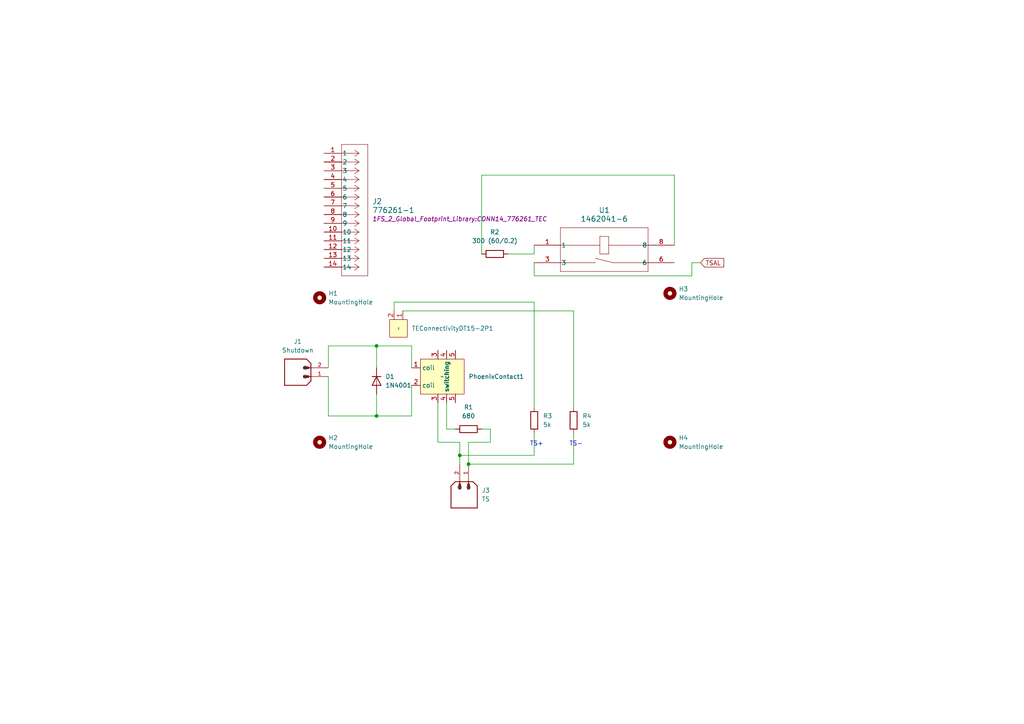
<source format=kicad_sch>
(kicad_sch (version 20230121) (generator eeschema)
  (paper "A4")
  (lib_symbols
    (symbol "1FS_2_Global_Symbol_Library:776261-1" (pin_names (offset 0.254))
      (property "Reference" "J" (at 8.89 6.35 0))
      (property "Value" "776261-1" (at 0 0 0))
      (property "Footprint" "1FS_2_Global_Footprint_Library:CONN14_776261_TEC" (at 0 0 0))
      (symbol "776261-1_1_1"
        (polyline (pts (xy 5.08 -35.56) (xy 12.7 -35.56)) (stroke (width 0.127)))
        (polyline (pts (xy 5.08 2.54) (xy 5.08 -35.56)) (stroke (width 0.127)))
        (polyline (pts (xy 10.16 -33.02) (xy 5.08 -33.02)) (stroke (width 0.127)))
        (polyline (pts (xy 10.16 -33.02) (xy 8.89 -33.8667)) (stroke (width 0.127)))
        (polyline (pts (xy 10.16 -33.02) (xy 8.89 -32.1733)) (stroke (width 0.127)))
        (polyline (pts (xy 10.16 -30.48) (xy 5.08 -30.48)) (stroke (width 0.127)))
        (polyline (pts (xy 10.16 -30.48) (xy 8.89 -31.3267)) (stroke (width 0.127)))
        (polyline (pts (xy 10.16 -30.48) (xy 8.89 -29.6333)) (stroke (width 0.127)))
        (polyline (pts (xy 10.16 -27.94) (xy 5.08 -27.94)) (stroke (width 0.127)))
        (polyline (pts (xy 10.16 -27.94) (xy 8.89 -28.7867)) (stroke (width 0.127)))
        (polyline (pts (xy 10.16 -27.94) (xy 8.89 -27.0933)) (stroke (width 0.127)))
        (polyline (pts (xy 10.16 -25.4) (xy 5.08 -25.4)) (stroke (width 0.127)))
        (polyline (pts (xy 10.16 -25.4) (xy 8.89 -26.2467)) (stroke (width 0.127)))
        (polyline (pts (xy 10.16 -25.4) (xy 8.89 -24.5533)) (stroke (width 0.127)))
        (polyline (pts (xy 10.16 -22.86) (xy 5.08 -22.86)) (stroke (width 0.127)))
        (polyline (pts (xy 10.16 -22.86) (xy 8.89 -23.7067)) (stroke (width 0.127)))
        (polyline (pts (xy 10.16 -22.86) (xy 8.89 -22.0133)) (stroke (width 0.127)))
        (polyline (pts (xy 10.16 -20.32) (xy 5.08 -20.32)) (stroke (width 0.127)))
        (polyline (pts (xy 10.16 -20.32) (xy 8.89 -21.1667)) (stroke (width 0.127)))
        (polyline (pts (xy 10.16 -20.32) (xy 8.89 -19.4733)) (stroke (width 0.127)))
        (polyline (pts (xy 10.16 -17.78) (xy 5.08 -17.78)) (stroke (width 0.127)))
        (polyline (pts (xy 10.16 -17.78) (xy 8.89 -18.6267)) (stroke (width 0.127)))
        (polyline (pts (xy 10.16 -17.78) (xy 8.89 -16.9333)) (stroke (width 0.127)))
        (polyline (pts (xy 10.16 -15.24) (xy 5.08 -15.24)) (stroke (width 0.127)))
        (polyline (pts (xy 10.16 -15.24) (xy 8.89 -16.0867)) (stroke (width 0.127)))
        (polyline (pts (xy 10.16 -15.24) (xy 8.89 -14.3933)) (stroke (width 0.127)))
        (polyline (pts (xy 10.16 -12.7) (xy 5.08 -12.7)) (stroke (width 0.127)))
        (polyline (pts (xy 10.16 -12.7) (xy 8.89 -13.5467)) (stroke (width 0.127)))
        (polyline (pts (xy 10.16 -12.7) (xy 8.89 -11.8533)) (stroke (width 0.127)))
        (polyline (pts (xy 10.16 -10.16) (xy 5.08 -10.16)) (stroke (width 0.127)))
        (polyline (pts (xy 10.16 -10.16) (xy 8.89 -11.0067)) (stroke (width 0.127)))
        (polyline (pts (xy 10.16 -10.16) (xy 8.89 -9.3133)) (stroke (width 0.127)))
        (polyline (pts (xy 10.16 -7.62) (xy 5.08 -7.62)) (stroke (width 0.127)))
        (polyline (pts (xy 10.16 -7.62) (xy 8.89 -8.4667)) (stroke (width 0.127)))
        (polyline (pts (xy 10.16 -7.62) (xy 8.89 -6.7733)) (stroke (width 0.127)))
        (polyline (pts (xy 10.16 -5.08) (xy 5.08 -5.08)) (stroke (width 0.127)))
        (polyline (pts (xy 10.16 -5.08) (xy 8.89 -5.9267)) (stroke (width 0.127)))
        (polyline (pts (xy 10.16 -5.08) (xy 8.89 -4.2333)) (stroke (width 0.127)))
        (polyline (pts (xy 10.16 -2.54) (xy 5.08 -2.54)) (stroke (width 0.127)))
        (polyline (pts (xy 10.16 -2.54) (xy 8.89 -3.3867)) (stroke (width 0.127)))
        (polyline (pts (xy 10.16 -2.54) (xy 8.89 -1.6933)) (stroke (width 0.127)))
        (polyline (pts (xy 10.16 0) (xy 5.08 0)) (stroke (width 0.127)))
        (polyline (pts (xy 10.16 0) (xy 8.89 -0.8467)) (stroke (width 0.127)))
        (polyline (pts (xy 10.16 0) (xy 8.89 0.8467)) (stroke (width 0.127)))
        (polyline (pts (xy 12.7 -35.56) (xy 12.7 2.54)) (stroke (width 0.127)))
        (polyline (pts (xy 12.7 2.54) (xy 5.08 2.54)) (stroke (width 0.127)))
        (pin unspecified line (at 0 0 0) (length 5.08) (name "1") (number "1"))
        (pin unspecified line (at 0 -22.86 0) (length 5.08) (name "10") (number "10"))
        (pin unspecified line (at 0 -25.4 0) (length 5.08) (name "11") (number "11"))
        (pin unspecified line (at 0 -27.94 0) (length 5.08) (name "12") (number "12"))
        (pin unspecified line (at 0 -30.48 0) (length 5.08) (name "13") (number "13"))
        (pin unspecified line (at 0 -33.02 0) (length 5.08) (name "14") (number "14"))
        (pin unspecified line (at 0 -2.54 0) (length 5.08) (name "2") (number "2"))
        (pin unspecified line (at 0 -5.08 0) (length 5.08) (name "3") (number "3"))
        (pin unspecified line (at 0 -7.62 0) (length 5.08) (name "4") (number "4"))
        (pin unspecified line (at 0 -10.16 0) (length 5.08) (name "5") (number "5"))
        (pin unspecified line (at 0 -12.7 0) (length 5.08) (name "6") (number "6"))
        (pin unspecified line (at 0 -15.24 0) (length 5.08) (name "7") (number "7"))
        (pin unspecified line (at 0 -17.78 0) (length 5.08) (name "8") (number "8"))
        (pin unspecified line (at 0 -20.32 0) (length 5.08) (name "9") (number "9"))
      )
      (symbol "776261-1_1_2"
        (polyline (pts (xy 5.08 -35.56) (xy 12.7 -35.56)) (stroke (width 0.127)))
        (polyline (pts (xy 5.08 2.54) (xy 5.08 -35.56)) (stroke (width 0.127)))
        (polyline (pts (xy 7.62 -33.02) (xy 5.08 -33.02)) (stroke (width 0.127)))
        (polyline (pts (xy 7.62 -33.02) (xy 8.89 -33.8667)) (stroke (width 0.127)))
        (polyline (pts (xy 7.62 -33.02) (xy 8.89 -32.1733)) (stroke (width 0.127)))
        (polyline (pts (xy 7.62 -30.48) (xy 5.08 -30.48)) (stroke (width 0.127)))
        (polyline (pts (xy 7.62 -30.48) (xy 8.89 -31.3267)) (stroke (width 0.127)))
        (polyline (pts (xy 7.62 -30.48) (xy 8.89 -29.6333)) (stroke (width 0.127)))
        (polyline (pts (xy 7.62 -27.94) (xy 5.08 -27.94)) (stroke (width 0.127)))
        (polyline (pts (xy 7.62 -27.94) (xy 8.89 -28.7867)) (stroke (width 0.127)))
        (polyline (pts (xy 7.62 -27.94) (xy 8.89 -27.0933)) (stroke (width 0.127)))
        (polyline (pts (xy 7.62 -25.4) (xy 5.08 -25.4)) (stroke (width 0.127)))
        (polyline (pts (xy 7.62 -25.4) (xy 8.89 -26.2467)) (stroke (width 0.127)))
        (polyline (pts (xy 7.62 -25.4) (xy 8.89 -24.5533)) (stroke (width 0.127)))
        (polyline (pts (xy 7.62 -22.86) (xy 5.08 -22.86)) (stroke (width 0.127)))
        (polyline (pts (xy 7.62 -22.86) (xy 8.89 -23.7067)) (stroke (width 0.127)))
        (polyline (pts (xy 7.62 -22.86) (xy 8.89 -22.0133)) (stroke (width 0.127)))
        (polyline (pts (xy 7.62 -20.32) (xy 5.08 -20.32)) (stroke (width 0.127)))
        (polyline (pts (xy 7.62 -20.32) (xy 8.89 -21.1667)) (stroke (width 0.127)))
        (polyline (pts (xy 7.62 -20.32) (xy 8.89 -19.4733)) (stroke (width 0.127)))
        (polyline (pts (xy 7.62 -17.78) (xy 5.08 -17.78)) (stroke (width 0.127)))
        (polyline (pts (xy 7.62 -17.78) (xy 8.89 -18.6267)) (stroke (width 0.127)))
        (polyline (pts (xy 7.62 -17.78) (xy 8.89 -16.9333)) (stroke (width 0.127)))
        (polyline (pts (xy 7.62 -15.24) (xy 5.08 -15.24)) (stroke (width 0.127)))
        (polyline (pts (xy 7.62 -15.24) (xy 8.89 -16.0867)) (stroke (width 0.127)))
        (polyline (pts (xy 7.62 -15.24) (xy 8.89 -14.3933)) (stroke (width 0.127)))
        (polyline (pts (xy 7.62 -12.7) (xy 5.08 -12.7)) (stroke (width 0.127)))
        (polyline (pts (xy 7.62 -12.7) (xy 8.89 -13.5467)) (stroke (width 0.127)))
        (polyline (pts (xy 7.62 -12.7) (xy 8.89 -11.8533)) (stroke (width 0.127)))
        (polyline (pts (xy 7.62 -10.16) (xy 5.08 -10.16)) (stroke (width 0.127)))
        (polyline (pts (xy 7.62 -10.16) (xy 8.89 -11.0067)) (stroke (width 0.127)))
        (polyline (pts (xy 7.62 -10.16) (xy 8.89 -9.3133)) (stroke (width 0.127)))
        (polyline (pts (xy 7.62 -7.62) (xy 5.08 -7.62)) (stroke (width 0.127)))
        (polyline (pts (xy 7.62 -7.62) (xy 8.89 -8.4667)) (stroke (width 0.127)))
        (polyline (pts (xy 7.62 -7.62) (xy 8.89 -6.7733)) (stroke (width 0.127)))
        (polyline (pts (xy 7.62 -5.08) (xy 5.08 -5.08)) (stroke (width 0.127)))
        (polyline (pts (xy 7.62 -5.08) (xy 8.89 -5.9267)) (stroke (width 0.127)))
        (polyline (pts (xy 7.62 -5.08) (xy 8.89 -4.2333)) (stroke (width 0.127)))
        (polyline (pts (xy 7.62 -2.54) (xy 5.08 -2.54)) (stroke (width 0.127)))
        (polyline (pts (xy 7.62 -2.54) (xy 8.89 -3.3867)) (stroke (width 0.127)))
        (polyline (pts (xy 7.62 -2.54) (xy 8.89 -1.6933)) (stroke (width 0.127)))
        (polyline (pts (xy 7.62 0) (xy 5.08 0)) (stroke (width 0.127)))
        (polyline (pts (xy 7.62 0) (xy 8.89 -0.8467)) (stroke (width 0.127)))
        (polyline (pts (xy 7.62 0) (xy 8.89 0.8467)) (stroke (width 0.127)))
        (polyline (pts (xy 12.7 -35.56) (xy 12.7 2.54)) (stroke (width 0.127)))
        (polyline (pts (xy 12.7 2.54) (xy 5.08 2.54)) (stroke (width 0.127)))
        (pin unspecified line (at 0 0 0) (length 5.08) (name "1") (number "1"))
        (pin unspecified line (at 0 -22.86 0) (length 5.08) (name "10") (number "10"))
        (pin unspecified line (at 0 -25.4 0) (length 5.08) (name "11") (number "11"))
        (pin unspecified line (at 0 -27.94 0) (length 5.08) (name "12") (number "12"))
        (pin unspecified line (at 0 -30.48 0) (length 5.08) (name "13") (number "13"))
        (pin unspecified line (at 0 -33.02 0) (length 5.08) (name "14") (number "14"))
        (pin unspecified line (at 0 -2.54 0) (length 5.08) (name "2") (number "2"))
        (pin unspecified line (at 0 -5.08 0) (length 5.08) (name "3") (number "3"))
        (pin unspecified line (at 0 -7.62 0) (length 5.08) (name "4") (number "4"))
        (pin unspecified line (at 0 -10.16 0) (length 5.08) (name "5") (number "5"))
        (pin unspecified line (at 0 -12.7 0) (length 5.08) (name "6") (number "6"))
        (pin unspecified line (at 0 -15.24 0) (length 5.08) (name "7") (number "7"))
        (pin unspecified line (at 0 -17.78 0) (length 5.08) (name "8") (number "8"))
        (pin unspecified line (at 0 -20.32 0) (length 5.08) (name "9") (number "9"))
      )
    )
    (symbol "Device:R" (pin_numbers hide) (pin_names (offset 0))
      (property "Reference" "R" (at 2.032 0 90))
      (property "Value" "R" (at 0 0 90))
      (symbol "R_0_1"
        (rectangle (start -1.016 -2.54) (end 1.016 2.54) (stroke (width 0.254)))
      )
      (symbol "R_1_1"
        (pin passive line (at 0 3.81 270) (length 1.27) (name "~") (number "1"))
        (pin passive line (at 0 -3.81 90) (length 1.27) (name "~") (number "2"))
      )
    )
    (symbol "Diode:1N4001" (pin_numbers hide) (pin_names hide)
      (property "Reference" "D" (at 0 2.54 0))
      (property "Value" "1N4001" (at 0 -2.54 0))
      (symbol "1N4001_0_1"
        (polyline (pts (xy -1.27 1.27) (xy -1.27 -1.27)) (stroke (width 0.254)))
        (polyline (pts (xy 1.27 0) (xy -1.27 0)))
        (polyline (pts (xy 1.27 1.27) (xy 1.27 -1.27) (xy -1.27 0) (xy 1.27 1.27)) (stroke (width 0.254)))
      )
      (symbol "1N4001_1_1"
        (pin passive line (at -3.81 0 0) (length 2.54) (name "K") (number "1"))
        (pin passive line (at 3.81 0 180) (length 2.54) (name "A") (number "2"))
      )
    )
    (symbol "Discharge:2961309"
      (property "Reference" "PhoenixContact" (at 7.62 0 0))
      (property "Value" "~" (at 0 0 0))
      (symbol "2961309_1_1"
        (rectangle (start -6.35 5.08) (end 6.35 -5.08) (fill (type background)))
        (pin passive line (at -8.89 2.54 0) (length 2.54) (name "coil") (number "1"))
        (pin passive line (at -8.89 -2.54 0) (length 2.54) (name "coil") (number "2"))
        (pin passive line (at -1.27 -7.62 90) (length 2.54) (name "") (number "3"))
        (pin passive line (at -1.27 7.62 270) (length 2.54) (name "") (number "3"))
        (pin passive line (at 1.27 -7.62 90) (length 2.54) (name "switching") (number "4"))
        (pin passive line (at 1.27 7.62 270) (length 2.54) (name "switching") (number "4"))
        (pin passive line (at 3.81 -7.62 90) (length 2.54) (name "") (number "5"))
        (pin passive line (at 3.81 7.62 270) (length 2.54) (name "") (number "5"))
      )
    )
    (symbol "Discharge:TE_Connectivity_DT15-2P"
      (property "Reference" "TEConnectivityDT15-2P" (at 0 5.08 0))
      (symbol "TE_Connectivity_DT15-2P_1_1"
        (rectangle (start -2.54 2.54) (end 2.54 -2.54) (fill (type background)))
        (pin input line (at -5.08 1.27 0) (length 2.54) (name "") (number "1"))
        (pin input line (at -5.08 -1.27 0) (length 2.54) (name "") (number "2"))
      )
    )
    (symbol "Mechanical:MountingHole" (pin_names (offset 1.016))
      (property "Reference" "H" (at 0 5.08 0))
      (property "Value" "MountingHole" (at 0 3.175 0))
      (symbol "MountingHole_0_1"
        (circle (center 0 0) (radius 1.27) (stroke (width 1.27)))
      )
    )
    (symbol "New_Library_0:1462041-6" (pin_names (offset 0.254))
      (property "Reference" "U" (at 20.32 10.16 0))
      (property "Value" "1462041-6" (at 20.32 7.62 0))
      (symbol "1462041-6_0_1"
        (polyline (pts (xy 7.62 -7.62) (xy 33.02 -7.62)) (stroke (width 0.127)))
        (polyline (pts (xy 7.62 -5.08) (xy 17.78 -5.08)) (stroke (width 0.127)))
        (polyline (pts (xy 7.62 5.08) (xy 7.62 -7.62)) (stroke (width 0.127)))
        (polyline (pts (xy 19.05 -2.54) (xy 21.59 -2.54)) (stroke (width 0.127)))
        (polyline (pts (xy 19.05 0) (xy 7.62 0)) (stroke (width 0.127)))
        (polyline (pts (xy 19.05 2.54) (xy 19.05 -2.54)) (stroke (width 0.127)))
        (polyline (pts (xy 19.05 2.54) (xy 21.59 2.54)) (stroke (width 0.127)))
        (polyline (pts (xy 21.59 -2.54) (xy 21.59 2.54)) (stroke (width 0.127)))
        (polyline (pts (xy 21.59 0) (xy 33.02 0)) (stroke (width 0.127)))
        (polyline (pts (xy 22.86 -5.08) (xy 17.78 -3.81)) (stroke (width 0.127)))
        (polyline (pts (xy 22.86 -5.08) (xy 33.02 -5.08)) (stroke (width 0.127)))
        (polyline (pts (xy 33.02 -7.62) (xy 33.02 5.08)) (stroke (width 0.127)))
        (polyline (pts (xy 33.02 5.08) (xy 7.62 5.08)) (stroke (width 0.127)))
        (pin unspecified line (at 0 0 0) (length 7.62) (name "1") (number "1"))
        (pin unspecified line (at 0 -5.08 0) (length 7.62) (name "3") (number "3"))
        (pin unspecified line (at 40.64 -5.08 180) (length 7.62) (name "6") (number "6"))
        (pin unspecified line (at 40.64 0 180) (length 7.62) (name "8") (number "8"))
      )
    )
    (symbol "molex_1053091202:1053091202" (pin_names (offset 1.016))
      (property "Reference" "J" (at 0 3.81 0))
      (property "Value" "1053091202" (at 0 -7.62 0))
      (symbol "1053091202_0_0"
        (polyline (pts (xy 0 -3.81) (xy 1.27 -5.08)) (stroke (width 0.254)))
        (polyline (pts (xy 0 -2.54) (xy 1.905 -2.54)) (stroke (width 0.254)))
        (polyline (pts (xy 0 0) (xy 0 -3.81)) (stroke (width 0.254)))
        (polyline (pts (xy 0 0) (xy 1.905 0)) (stroke (width 0.254)))
        (polyline (pts (xy 0 1.27) (xy 0 0)) (stroke (width 0.254)))
        (polyline (pts (xy 0 1.27) (xy 1.27 2.54)) (stroke (width 0.254)))
        (polyline (pts (xy 1.27 -5.08) (xy 7.62 -5.08)) (stroke (width 0.254)))
        (polyline (pts (xy 7.62 -5.08) (xy 7.62 2.54)) (stroke (width 0.254)))
        (polyline (pts (xy 7.62 2.54) (xy 1.27 2.54)) (stroke (width 0.254)))
        (rectangle (start 0.635 -2.8575) (end 2.2225 -2.2225) (stroke (width 0.1)) (fill (type outline)))
        (rectangle (start 0.635 -0.3175) (end 2.2225 0.3175) (stroke (width 0.1)) (fill (type outline)))
        (pin passive line (at -5.08 0 0) (length 5.08) (name "1") (number "1"))
        (pin passive line (at -5.08 -2.54 0) (length 5.08) (name "2") (number "2"))
      )
    )
  )
  (junction (at 135.89 134.62))
  (junction (at 133.35 132.08))
  (junction (at 109.22 100.33))
  (junction (at 109.22 120.65))
  (wire (pts (xy 133.35 132.08) (xy 133.35 134.62)))
  (wire (pts (xy 147.32 73.66) (xy 154.94 73.66)))
  (wire (pts (xy 154.94 73.66) (xy 154.94 71.12)))
  (wire (pts (xy 200.66 80.01) (xy 200.66 76.2)))
  (wire (pts (xy 154.94 76.2) (xy 154.94 80.01)))
  (wire (pts (xy 195.58 50.8) (xy 195.58 71.12)))
  (wire (pts (xy 95.25 100.33) (xy 95.25 106.68)))
  (wire (pts (xy 154.94 87.63) (xy 154.94 118.11)))
  (wire (pts (xy 200.66 76.2) (xy 203.2 76.2)))
  (wire (pts (xy 109.22 120.65) (xy 109.22 114.3)))
  (wire (pts (xy 95.25 120.65) (xy 95.25 109.22)))
  (wire (pts (xy 166.37 134.62) (xy 135.89 134.62)))
  (wire (pts (xy 154.94 80.01) (xy 200.66 80.01)))
  (wire (pts (xy 109.22 100.33) (xy 109.22 106.68)))
  (wire (pts (xy 116.84 90.17) (xy 166.37 90.17)))
  (wire (pts (xy 114.3 90.17) (xy 114.3 87.63)))
  (wire (pts (xy 127 128.27) (xy 133.35 128.27)))
  (wire (pts (xy 119.38 111.76) (xy 119.38 120.65)))
  (wire (pts (xy 95.25 120.65) (xy 109.22 120.65)))
  (wire (pts (xy 132.08 124.46) (xy 129.54 124.46)))
  (wire (pts (xy 166.37 125.73) (xy 166.37 134.62)))
  (wire (pts (xy 142.24 128.27) (xy 135.89 128.27)))
  (wire (pts (xy 127 116.84) (xy 127 128.27)))
  (wire (pts (xy 129.54 124.46) (xy 129.54 116.84)))
  (wire (pts (xy 142.24 128.27) (xy 142.24 124.46)))
  (wire (pts (xy 109.22 100.33) (xy 119.38 100.33)))
  (wire (pts (xy 135.89 128.27) (xy 135.89 134.62)))
  (wire (pts (xy 139.7 50.8) (xy 195.58 50.8)))
  (wire (pts (xy 139.7 73.66) (xy 139.7 50.8)))
  (wire (pts (xy 142.24 124.46) (xy 139.7 124.46)))
  (wire (pts (xy 154.94 132.08) (xy 133.35 132.08)))
  (wire (pts (xy 119.38 100.33) (xy 119.38 106.68)))
  (wire (pts (xy 119.38 120.65) (xy 109.22 120.65)))
  (wire (pts (xy 154.94 125.73) (xy 154.94 132.08)))
  (wire (pts (xy 95.25 100.33) (xy 109.22 100.33)))
  (wire (pts (xy 114.3 87.63) (xy 154.94 87.63)))
  (wire (pts (xy 133.35 128.27) (xy 133.35 132.08)))
  (wire (pts (xy 166.37 90.17) (xy 166.37 118.11)))
  (text "TS-" (at 165.1 129.54 0) (effects (font (size 1.27 1.27)) (justify left bottom)))
  (text "TS+" (at 153.67 129.54 0) (effects (font (size 1.27 1.27)) (justify left bottom)))
  (global_label "TSAL" (shape input) (at 203.2 76.2 0) (property "Intersheetrefs" "${INTERSHEET_REFS}" (effects hide)))
  (symbol (lib_id "Mechanical:MountingHole") (at 92.71 86.36 0) (unit 1)
    (property "Reference" "H1" (at 95.25 85.09 0) (effects (justify left)))
    (property "Value" "MountingHole" (at 95.25 87.63 0) (effects (justify left)))
    (property "Footprint" "discharge:hole" (effects hide))
  )
  (symbol (lib_id "Mechanical:MountingHole") (at 194.31 85.09 0) (unit 1)
    (property "Reference" "H3" (at 196.85 83.82 0) (effects (justify left)))
    (property "Value" "MountingHole" (at 196.85 86.36 0) (effects (justify left)))
    (property "Footprint" "discharge:hole" (effects hide))
  )
  (symbol (lib_id "Device:R") (at 143.51 73.66 90) (unit 1)
    (property "Reference" "R2" (at 143.51 67.31 90))
    (property "Value" "300 (60/0.2)" (at 143.51 69.85 90))
  )
  (symbol (lib_id "Discharge:2961309") (at 128.27 109.22 0) (unit 1)
    (property "Reference" "PhoenixContact1" (at 135.89 109.22 0) (effects (justify left)))
    (property "Value" "~" (at 128.27 109.22 0))
    (property "Footprint" "discharge:relay" (effects hide))
  )
  (symbol (lib_id "Device:R") (at 135.89 124.46 90) (unit 1)
    (property "Reference" "R1" (at 135.89 118.11 90))
    (property "Value" "680" (at 135.89 120.65 90))
    (property "Footprint" "discharge:resistor" (effects hide))
  )
  (symbol (lib_id "molex_1053091202:1053091202") (at 90.17 109.22 180) (unit 1)
    (property "Reference" "J1" (at 86.36 99.06 0))
    (property "Value" "Shutdown" (at 86.36 101.6 0))
    (property "Footprint" "discharge:MOLEX_1053091202" (effects hide))
    (property "PARTREV" "H" (effects hide))
    (property "STANDARD" "Manufacturer Recommendations" (effects hide))
    (property "MAXIMUM_PACKAGE_HEIGHT" "10.51 mm" (effects hide))
    (property "MANUFACTURER" "Molex" (effects hide))
  )
  (symbol (lib_id "Mechanical:MountingHole") (at 194.31 128.27 0) (unit 1)
    (property "Reference" "H4" (at 196.85 127 0) (effects (justify left)))
    (property "Value" "MountingHole" (at 196.85 129.54 0) (effects (justify left)))
    (property "Footprint" "discharge:hole" (effects hide))
  )
  (symbol (lib_id "Device:R") (at 166.37 121.92 0) (unit 1)
    (property "Reference" "R4" (at 168.91 120.65 0) (effects (justify left)))
    (property "Value" "5k" (at 168.91 123.19 0) (effects (justify left)))
    (property "Footprint" "discharge:resistor_ts" (effects hide))
  )
  (symbol (lib_id "molex_1053091202:1053091202") (at 135.89 139.7 270) (unit 1)
    (property "Reference" "J3" (at 139.7 142.24 90) (effects (justify left)))
    (property "Value" "TS" (at 139.7 144.78 90) (effects (justify left)))
    (property "Footprint" "discharge:MOLEX_1053091202" (effects hide))
    (property "PARTREV" "H" (effects hide))
    (property "STANDARD" "Manufacturer Recommendations" (effects hide))
    (property "MAXIMUM_PACKAGE_HEIGHT" "10.51 mm" (effects hide))
    (property "MANUFACTURER" "Molex" (effects hide))
  )
  (symbol (lib_id "Mechanical:MountingHole") (at 92.71 128.27 0) (unit 1)
    (property "Reference" "H2" (at 95.25 127 0) (effects (justify left)))
    (property "Value" "MountingHole" (at 95.25 129.54 0) (effects (justify left)))
    (property "Footprint" "discharge:hole" (effects hide))
  )
  (symbol (lib_id "Device:R") (at 154.94 121.92 0) (unit 1)
    (property "Reference" "R3" (at 157.48 120.65 0) (effects (justify left)))
    (property "Value" "5k" (at 157.48 123.19 0) (effects (justify left)))
    (property "Footprint" "discharge:resistor_ts" (effects hide))
  )
  (symbol (lib_id "Diode:1N4001") (at 109.22 110.49 270) (unit 1)
    (property "Reference" "D1" (at 111.76 109.22 90) (effects (justify left)))
    (property "Value" "1N4001" (at 111.76 111.76 90) (effects (justify left)))
    (property "Footprint" "discharge:CONN2_DT15-2P_TEC" (effects hide))
    (property "Datasheet" "http://www.vishay.com/docs/88503/1n4001.pdf" (effects hide))
    (property "Sim.Device" "D" (effects hide))
    (property "Sim.Pins" "1=K 2=A" (effects hide))
  )
  (symbol (lib_id "Discharge:TE_Connectivity_DT15-2P") (at 115.57 95.25 270) (unit 1)
    (property "Reference" "TEConnectivityDT15-2P1" (at 119.38 95.25 90) (effects (justify left)))
    (property "Value" "~" (at 115.57 95.25 0))
    (property "Footprint" "discharge:CONN2_DT15-2P_TEC" (effects hide))
  )
  (symbol (lib_id "New_Library_0:1462041-6") (at 154.94 71.12 0) (unit 1)
    (property "Reference" "U1" (at 175.26 60.96 0) (effects (font (size 1.524 1.524))))
    (property "Value" "1462041-6" (at 175.26 63.5 0) (effects (font (size 1.524 1.524))))
    (property "Footprint" "SON4_1462041-6_TEC" (effects hide))
    (property "Datasheet" "1462041-6" (effects hide))
  )
  (symbol (lib_id "1FS_2_Global_Symbol_Library:776261-1") (at 93.98 44.45 0) (unit 1)
    (property "Reference" "J2" (at 107.95 58.42 0) (effects (font (size 1.524 1.524)) (justify left)))
    (property "Value" "776261-1" (at 107.95 60.96 0) (effects (font (size 1.524 1.524)) (justify left)))
    (property "Footprint" "1FS_2_Global_Footprint_Library:CONN14_776261_TEC" (at 107.95 63.5 0) (effects (font italic) (justify left)))
    (property "Datasheet" "776261-1" (effects hide))
  )
)
</source>
